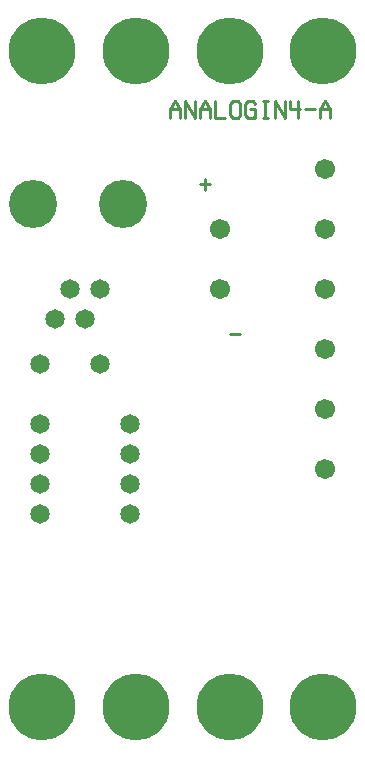
<source format=gtl>
%MOIN*%
%FSLAX25Y25*%
G04 D10 used for Character Trace; *
G04     Circle (OD=.01000) (No hole)*
G04 D11 used for Power Trace; *
G04     Circle (OD=.06700) (No hole)*
G04 D12 used for Signal Trace; *
G04     Circle (OD=.01100) (No hole)*
G04 D13 used for Via; *
G04     Circle (OD=.05800) (Round. Hole ID=.02800)*
G04 D14 used for Component hole; *
G04     Circle (OD=.06500) (Round. Hole ID=.03500)*
G04 D15 used for Component hole; *
G04     Circle (OD=.06700) (Round. Hole ID=.04300)*
G04 D16 used for Component hole; *
G04     Circle (OD=.08100) (Round. Hole ID=.05100)*
G04 D17 used for Component hole; *
G04     Circle (OD=.08900) (Round. Hole ID=.05900)*
G04 D18 used for Component hole; *
G04     Circle (OD=.11300) (Round. Hole ID=.08300)*
G04 D19 used for Component hole; *
G04     Circle (OD=.16000) (Round. Hole ID=.13000)*
G04 D20 used for Component hole; *
G04     Circle (OD=.18300) (Round. Hole ID=.15300)*
G04 D21 used for Component hole; *
G04     Circle (OD=.22291) (Round. Hole ID=.19291)*
%ADD10C,.01000*%
%ADD11C,.06700*%
%ADD12C,.01100*%
%ADD13C,.05800*%
%ADD14C,.06500*%
%ADD15C,.06700*%
%ADD16C,.08100*%
%ADD17C,.08900*%
%ADD18C,.11300*%
%ADD19C,.16000*%
%ADD20C,.18300*%
%ADD21C,.22291*%
%IPPOS*%
%LPD*%
G90*X0Y0D02*D21*X15625Y15625D03*X46875D03*D14*    
X45000Y80000D03*X15000D03*D21*X78125Y15625D03*D14*
X45000Y90000D03*X15000D03*X45000Y100000D03*       
X15000D03*X45000Y110000D03*X15000D03*D21*         
X109375Y15625D03*D15*X110000Y95000D03*Y115000D03* 
D14*X35000Y130000D03*X15000D03*D15*               
X110000Y135000D03*D10*X78326Y140000D02*X81674D01* 
D14*X30000Y145000D03*X20000D03*D15*               
X110000Y155000D03*X75000D03*D14*X35000D03*        
X25000D03*D15*X110000Y175000D03*X75000D03*D19*    
X42500Y183500D03*X12500D03*D10*X68326Y190000D02*  
X71674D01*X70000Y191914D02*Y188086D01*D15*        
X110000Y195000D03*D10*X58326Y212129D02*Y215000D01*
X60000Y217871D01*X61674Y215000D01*Y212129D01*     
X58326Y215000D02*X61674D01*X63326Y212129D02*      
Y217871D01*X66674Y212129D01*Y217871D01*           
X68326Y212129D02*Y215000D01*X70000Y217871D01*     
X71674Y215000D01*Y212129D01*X68326Y215000D02*     
X71674D01*X73326Y217871D02*Y212129D01*X76674D01*  
X81674Y213086D02*X80837Y212129D01*X79163D01*      
X78326Y213086D01*Y216914D01*X79163Y217871D01*     
X80837D01*X81674Y216914D01*Y213086D01*X86674D02*  
X85837Y212129D01*X84163D01*X83326Y213086D01*      
Y216914D01*X84163Y217871D01*X85837D01*            
X86674Y216914D01*X85000Y215000D02*X86674D01*      
Y212129D01*X90000D02*Y217871D01*X89163Y212129D02* 
X90837D01*X89163Y217871D02*X90837D01*             
X93326Y212129D02*Y217871D01*X96674Y212129D01*     
Y217871D01*X100837D02*Y212129D01*X98326Y217871D02*
Y215000D01*X101674D01*X103326D02*X106674D01*      
X108326Y212129D02*Y215000D01*X110000Y217871D01*   
X111674Y215000D01*Y212129D01*X108326Y215000D02*   
X111674D01*D21*X109375Y234375D03*X78125D03*       
X46875D03*X15625D03*M02*                          

</source>
